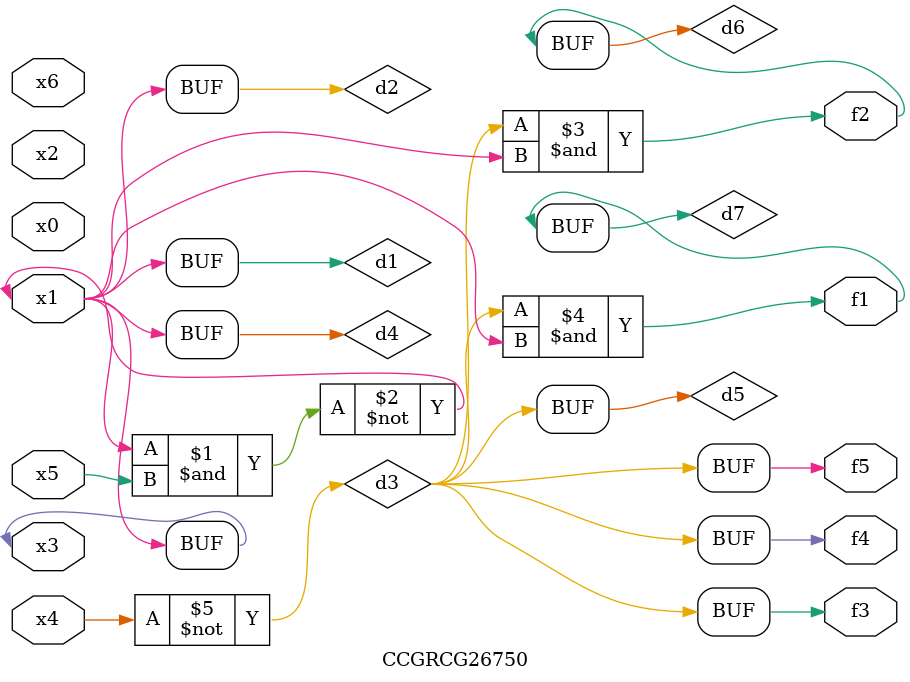
<source format=v>
module CCGRCG26750(
	input x0, x1, x2, x3, x4, x5, x6,
	output f1, f2, f3, f4, f5
);

	wire d1, d2, d3, d4, d5, d6, d7;

	buf (d1, x1, x3);
	nand (d2, x1, x5);
	not (d3, x4);
	buf (d4, d1, d2);
	buf (d5, d3);
	and (d6, d3, d4);
	and (d7, d3, d4);
	assign f1 = d7;
	assign f2 = d6;
	assign f3 = d5;
	assign f4 = d5;
	assign f5 = d5;
endmodule

</source>
